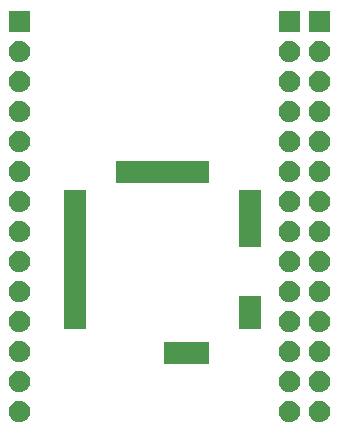
<source format=gbr>
G04 #@! TF.GenerationSoftware,KiCad,Pcbnew,5.1.5+dfsg1-2build2*
G04 #@! TF.CreationDate,2022-03-02T16:10:57-05:00*
G04 #@! TF.ProjectId,RAK3172_BREAKOUT,52414b33-3137-4325-9f42-5245414b4f55,rev?*
G04 #@! TF.SameCoordinates,Original*
G04 #@! TF.FileFunction,Soldermask,Top*
G04 #@! TF.FilePolarity,Negative*
%FSLAX46Y46*%
G04 Gerber Fmt 4.6, Leading zero omitted, Abs format (unit mm)*
G04 Created by KiCad (PCBNEW 5.1.5+dfsg1-2build2) date 2022-03-02 16:10:57*
%MOMM*%
%LPD*%
G04 APERTURE LIST*
%ADD10C,0.100000*%
G04 APERTURE END LIST*
D10*
G36*
X77513512Y-83993927D02*
G01*
X77662812Y-84023624D01*
X77826784Y-84091544D01*
X77974354Y-84190147D01*
X78099853Y-84315646D01*
X78198456Y-84463216D01*
X78266376Y-84627188D01*
X78301000Y-84801259D01*
X78301000Y-84978741D01*
X78266376Y-85152812D01*
X78198456Y-85316784D01*
X78099853Y-85464354D01*
X77974354Y-85589853D01*
X77826784Y-85688456D01*
X77662812Y-85756376D01*
X77513512Y-85786073D01*
X77488742Y-85791000D01*
X77311258Y-85791000D01*
X77286488Y-85786073D01*
X77137188Y-85756376D01*
X76973216Y-85688456D01*
X76825646Y-85589853D01*
X76700147Y-85464354D01*
X76601544Y-85316784D01*
X76533624Y-85152812D01*
X76499000Y-84978741D01*
X76499000Y-84801259D01*
X76533624Y-84627188D01*
X76601544Y-84463216D01*
X76700147Y-84315646D01*
X76825646Y-84190147D01*
X76973216Y-84091544D01*
X77137188Y-84023624D01*
X77286488Y-83993927D01*
X77311258Y-83989000D01*
X77488742Y-83989000D01*
X77513512Y-83993927D01*
G37*
G36*
X52113512Y-83993927D02*
G01*
X52262812Y-84023624D01*
X52426784Y-84091544D01*
X52574354Y-84190147D01*
X52699853Y-84315646D01*
X52798456Y-84463216D01*
X52866376Y-84627188D01*
X52901000Y-84801259D01*
X52901000Y-84978741D01*
X52866376Y-85152812D01*
X52798456Y-85316784D01*
X52699853Y-85464354D01*
X52574354Y-85589853D01*
X52426784Y-85688456D01*
X52262812Y-85756376D01*
X52113512Y-85786073D01*
X52088742Y-85791000D01*
X51911258Y-85791000D01*
X51886488Y-85786073D01*
X51737188Y-85756376D01*
X51573216Y-85688456D01*
X51425646Y-85589853D01*
X51300147Y-85464354D01*
X51201544Y-85316784D01*
X51133624Y-85152812D01*
X51099000Y-84978741D01*
X51099000Y-84801259D01*
X51133624Y-84627188D01*
X51201544Y-84463216D01*
X51300147Y-84315646D01*
X51425646Y-84190147D01*
X51573216Y-84091544D01*
X51737188Y-84023624D01*
X51886488Y-83993927D01*
X51911258Y-83989000D01*
X52088742Y-83989000D01*
X52113512Y-83993927D01*
G37*
G36*
X74973512Y-83993927D02*
G01*
X75122812Y-84023624D01*
X75286784Y-84091544D01*
X75434354Y-84190147D01*
X75559853Y-84315646D01*
X75658456Y-84463216D01*
X75726376Y-84627188D01*
X75761000Y-84801259D01*
X75761000Y-84978741D01*
X75726376Y-85152812D01*
X75658456Y-85316784D01*
X75559853Y-85464354D01*
X75434354Y-85589853D01*
X75286784Y-85688456D01*
X75122812Y-85756376D01*
X74973512Y-85786073D01*
X74948742Y-85791000D01*
X74771258Y-85791000D01*
X74746488Y-85786073D01*
X74597188Y-85756376D01*
X74433216Y-85688456D01*
X74285646Y-85589853D01*
X74160147Y-85464354D01*
X74061544Y-85316784D01*
X73993624Y-85152812D01*
X73959000Y-84978741D01*
X73959000Y-84801259D01*
X73993624Y-84627188D01*
X74061544Y-84463216D01*
X74160147Y-84315646D01*
X74285646Y-84190147D01*
X74433216Y-84091544D01*
X74597188Y-84023624D01*
X74746488Y-83993927D01*
X74771258Y-83989000D01*
X74948742Y-83989000D01*
X74973512Y-83993927D01*
G37*
G36*
X52113512Y-81453927D02*
G01*
X52262812Y-81483624D01*
X52426784Y-81551544D01*
X52574354Y-81650147D01*
X52699853Y-81775646D01*
X52798456Y-81923216D01*
X52866376Y-82087188D01*
X52901000Y-82261259D01*
X52901000Y-82438741D01*
X52866376Y-82612812D01*
X52798456Y-82776784D01*
X52699853Y-82924354D01*
X52574354Y-83049853D01*
X52426784Y-83148456D01*
X52262812Y-83216376D01*
X52113512Y-83246073D01*
X52088742Y-83251000D01*
X51911258Y-83251000D01*
X51886488Y-83246073D01*
X51737188Y-83216376D01*
X51573216Y-83148456D01*
X51425646Y-83049853D01*
X51300147Y-82924354D01*
X51201544Y-82776784D01*
X51133624Y-82612812D01*
X51099000Y-82438741D01*
X51099000Y-82261259D01*
X51133624Y-82087188D01*
X51201544Y-81923216D01*
X51300147Y-81775646D01*
X51425646Y-81650147D01*
X51573216Y-81551544D01*
X51737188Y-81483624D01*
X51886488Y-81453927D01*
X51911258Y-81449000D01*
X52088742Y-81449000D01*
X52113512Y-81453927D01*
G37*
G36*
X77513512Y-81453927D02*
G01*
X77662812Y-81483624D01*
X77826784Y-81551544D01*
X77974354Y-81650147D01*
X78099853Y-81775646D01*
X78198456Y-81923216D01*
X78266376Y-82087188D01*
X78301000Y-82261259D01*
X78301000Y-82438741D01*
X78266376Y-82612812D01*
X78198456Y-82776784D01*
X78099853Y-82924354D01*
X77974354Y-83049853D01*
X77826784Y-83148456D01*
X77662812Y-83216376D01*
X77513512Y-83246073D01*
X77488742Y-83251000D01*
X77311258Y-83251000D01*
X77286488Y-83246073D01*
X77137188Y-83216376D01*
X76973216Y-83148456D01*
X76825646Y-83049853D01*
X76700147Y-82924354D01*
X76601544Y-82776784D01*
X76533624Y-82612812D01*
X76499000Y-82438741D01*
X76499000Y-82261259D01*
X76533624Y-82087188D01*
X76601544Y-81923216D01*
X76700147Y-81775646D01*
X76825646Y-81650147D01*
X76973216Y-81551544D01*
X77137188Y-81483624D01*
X77286488Y-81453927D01*
X77311258Y-81449000D01*
X77488742Y-81449000D01*
X77513512Y-81453927D01*
G37*
G36*
X74973512Y-81453927D02*
G01*
X75122812Y-81483624D01*
X75286784Y-81551544D01*
X75434354Y-81650147D01*
X75559853Y-81775646D01*
X75658456Y-81923216D01*
X75726376Y-82087188D01*
X75761000Y-82261259D01*
X75761000Y-82438741D01*
X75726376Y-82612812D01*
X75658456Y-82776784D01*
X75559853Y-82924354D01*
X75434354Y-83049853D01*
X75286784Y-83148456D01*
X75122812Y-83216376D01*
X74973512Y-83246073D01*
X74948742Y-83251000D01*
X74771258Y-83251000D01*
X74746488Y-83246073D01*
X74597188Y-83216376D01*
X74433216Y-83148456D01*
X74285646Y-83049853D01*
X74160147Y-82924354D01*
X74061544Y-82776784D01*
X73993624Y-82612812D01*
X73959000Y-82438741D01*
X73959000Y-82261259D01*
X73993624Y-82087188D01*
X74061544Y-81923216D01*
X74160147Y-81775646D01*
X74285646Y-81650147D01*
X74433216Y-81551544D01*
X74597188Y-81483624D01*
X74746488Y-81453927D01*
X74771258Y-81449000D01*
X74948742Y-81449000D01*
X74973512Y-81453927D01*
G37*
G36*
X68031000Y-80881000D02*
G01*
X64229000Y-80881000D01*
X64229000Y-78979000D01*
X68031000Y-78979000D01*
X68031000Y-80881000D01*
G37*
G36*
X77513512Y-78913927D02*
G01*
X77662812Y-78943624D01*
X77826784Y-79011544D01*
X77974354Y-79110147D01*
X78099853Y-79235646D01*
X78198456Y-79383216D01*
X78266376Y-79547188D01*
X78301000Y-79721259D01*
X78301000Y-79898741D01*
X78266376Y-80072812D01*
X78198456Y-80236784D01*
X78099853Y-80384354D01*
X77974354Y-80509853D01*
X77826784Y-80608456D01*
X77662812Y-80676376D01*
X77513512Y-80706073D01*
X77488742Y-80711000D01*
X77311258Y-80711000D01*
X77286488Y-80706073D01*
X77137188Y-80676376D01*
X76973216Y-80608456D01*
X76825646Y-80509853D01*
X76700147Y-80384354D01*
X76601544Y-80236784D01*
X76533624Y-80072812D01*
X76499000Y-79898741D01*
X76499000Y-79721259D01*
X76533624Y-79547188D01*
X76601544Y-79383216D01*
X76700147Y-79235646D01*
X76825646Y-79110147D01*
X76973216Y-79011544D01*
X77137188Y-78943624D01*
X77286488Y-78913927D01*
X77311258Y-78909000D01*
X77488742Y-78909000D01*
X77513512Y-78913927D01*
G37*
G36*
X74973512Y-78913927D02*
G01*
X75122812Y-78943624D01*
X75286784Y-79011544D01*
X75434354Y-79110147D01*
X75559853Y-79235646D01*
X75658456Y-79383216D01*
X75726376Y-79547188D01*
X75761000Y-79721259D01*
X75761000Y-79898741D01*
X75726376Y-80072812D01*
X75658456Y-80236784D01*
X75559853Y-80384354D01*
X75434354Y-80509853D01*
X75286784Y-80608456D01*
X75122812Y-80676376D01*
X74973512Y-80706073D01*
X74948742Y-80711000D01*
X74771258Y-80711000D01*
X74746488Y-80706073D01*
X74597188Y-80676376D01*
X74433216Y-80608456D01*
X74285646Y-80509853D01*
X74160147Y-80384354D01*
X74061544Y-80236784D01*
X73993624Y-80072812D01*
X73959000Y-79898741D01*
X73959000Y-79721259D01*
X73993624Y-79547188D01*
X74061544Y-79383216D01*
X74160147Y-79235646D01*
X74285646Y-79110147D01*
X74433216Y-79011544D01*
X74597188Y-78943624D01*
X74746488Y-78913927D01*
X74771258Y-78909000D01*
X74948742Y-78909000D01*
X74973512Y-78913927D01*
G37*
G36*
X52113512Y-78913927D02*
G01*
X52262812Y-78943624D01*
X52426784Y-79011544D01*
X52574354Y-79110147D01*
X52699853Y-79235646D01*
X52798456Y-79383216D01*
X52866376Y-79547188D01*
X52901000Y-79721259D01*
X52901000Y-79898741D01*
X52866376Y-80072812D01*
X52798456Y-80236784D01*
X52699853Y-80384354D01*
X52574354Y-80509853D01*
X52426784Y-80608456D01*
X52262812Y-80676376D01*
X52113512Y-80706073D01*
X52088742Y-80711000D01*
X51911258Y-80711000D01*
X51886488Y-80706073D01*
X51737188Y-80676376D01*
X51573216Y-80608456D01*
X51425646Y-80509853D01*
X51300147Y-80384354D01*
X51201544Y-80236784D01*
X51133624Y-80072812D01*
X51099000Y-79898741D01*
X51099000Y-79721259D01*
X51133624Y-79547188D01*
X51201544Y-79383216D01*
X51300147Y-79235646D01*
X51425646Y-79110147D01*
X51573216Y-79011544D01*
X51737188Y-78943624D01*
X51886488Y-78913927D01*
X51911258Y-78909000D01*
X52088742Y-78909000D01*
X52113512Y-78913927D01*
G37*
G36*
X74973512Y-76373927D02*
G01*
X75122812Y-76403624D01*
X75286784Y-76471544D01*
X75434354Y-76570147D01*
X75559853Y-76695646D01*
X75658456Y-76843216D01*
X75726376Y-77007188D01*
X75761000Y-77181259D01*
X75761000Y-77358741D01*
X75726376Y-77532812D01*
X75658456Y-77696784D01*
X75559853Y-77844354D01*
X75434354Y-77969853D01*
X75286784Y-78068456D01*
X75122812Y-78136376D01*
X74973512Y-78166073D01*
X74948742Y-78171000D01*
X74771258Y-78171000D01*
X74746488Y-78166073D01*
X74597188Y-78136376D01*
X74433216Y-78068456D01*
X74285646Y-77969853D01*
X74160147Y-77844354D01*
X74061544Y-77696784D01*
X73993624Y-77532812D01*
X73959000Y-77358741D01*
X73959000Y-77181259D01*
X73993624Y-77007188D01*
X74061544Y-76843216D01*
X74160147Y-76695646D01*
X74285646Y-76570147D01*
X74433216Y-76471544D01*
X74597188Y-76403624D01*
X74746488Y-76373927D01*
X74771258Y-76369000D01*
X74948742Y-76369000D01*
X74973512Y-76373927D01*
G37*
G36*
X77513512Y-76373927D02*
G01*
X77662812Y-76403624D01*
X77826784Y-76471544D01*
X77974354Y-76570147D01*
X78099853Y-76695646D01*
X78198456Y-76843216D01*
X78266376Y-77007188D01*
X78301000Y-77181259D01*
X78301000Y-77358741D01*
X78266376Y-77532812D01*
X78198456Y-77696784D01*
X78099853Y-77844354D01*
X77974354Y-77969853D01*
X77826784Y-78068456D01*
X77662812Y-78136376D01*
X77513512Y-78166073D01*
X77488742Y-78171000D01*
X77311258Y-78171000D01*
X77286488Y-78166073D01*
X77137188Y-78136376D01*
X76973216Y-78068456D01*
X76825646Y-77969853D01*
X76700147Y-77844354D01*
X76601544Y-77696784D01*
X76533624Y-77532812D01*
X76499000Y-77358741D01*
X76499000Y-77181259D01*
X76533624Y-77007188D01*
X76601544Y-76843216D01*
X76700147Y-76695646D01*
X76825646Y-76570147D01*
X76973216Y-76471544D01*
X77137188Y-76403624D01*
X77286488Y-76373927D01*
X77311258Y-76369000D01*
X77488742Y-76369000D01*
X77513512Y-76373927D01*
G37*
G36*
X52113512Y-76373927D02*
G01*
X52262812Y-76403624D01*
X52426784Y-76471544D01*
X52574354Y-76570147D01*
X52699853Y-76695646D01*
X52798456Y-76843216D01*
X52866376Y-77007188D01*
X52901000Y-77181259D01*
X52901000Y-77358741D01*
X52866376Y-77532812D01*
X52798456Y-77696784D01*
X52699853Y-77844354D01*
X52574354Y-77969853D01*
X52426784Y-78068456D01*
X52262812Y-78136376D01*
X52113512Y-78166073D01*
X52088742Y-78171000D01*
X51911258Y-78171000D01*
X51886488Y-78166073D01*
X51737188Y-78136376D01*
X51573216Y-78068456D01*
X51425646Y-77969853D01*
X51300147Y-77844354D01*
X51201544Y-77696784D01*
X51133624Y-77532812D01*
X51099000Y-77358741D01*
X51099000Y-77181259D01*
X51133624Y-77007188D01*
X51201544Y-76843216D01*
X51300147Y-76695646D01*
X51425646Y-76570147D01*
X51573216Y-76471544D01*
X51737188Y-76403624D01*
X51886488Y-76373927D01*
X51911258Y-76369000D01*
X52088742Y-76369000D01*
X52113512Y-76373927D01*
G37*
G36*
X57681000Y-77931000D02*
G01*
X55779000Y-77931000D01*
X55779000Y-66129000D01*
X57681000Y-66129000D01*
X57681000Y-77931000D01*
G37*
G36*
X72481000Y-77931000D02*
G01*
X70579000Y-77931000D01*
X70579000Y-75129000D01*
X72481000Y-75129000D01*
X72481000Y-77931000D01*
G37*
G36*
X77513512Y-73833927D02*
G01*
X77662812Y-73863624D01*
X77826784Y-73931544D01*
X77974354Y-74030147D01*
X78099853Y-74155646D01*
X78198456Y-74303216D01*
X78266376Y-74467188D01*
X78301000Y-74641259D01*
X78301000Y-74818741D01*
X78266376Y-74992812D01*
X78198456Y-75156784D01*
X78099853Y-75304354D01*
X77974354Y-75429853D01*
X77826784Y-75528456D01*
X77662812Y-75596376D01*
X77513512Y-75626073D01*
X77488742Y-75631000D01*
X77311258Y-75631000D01*
X77286488Y-75626073D01*
X77137188Y-75596376D01*
X76973216Y-75528456D01*
X76825646Y-75429853D01*
X76700147Y-75304354D01*
X76601544Y-75156784D01*
X76533624Y-74992812D01*
X76499000Y-74818741D01*
X76499000Y-74641259D01*
X76533624Y-74467188D01*
X76601544Y-74303216D01*
X76700147Y-74155646D01*
X76825646Y-74030147D01*
X76973216Y-73931544D01*
X77137188Y-73863624D01*
X77286488Y-73833927D01*
X77311258Y-73829000D01*
X77488742Y-73829000D01*
X77513512Y-73833927D01*
G37*
G36*
X74973512Y-73833927D02*
G01*
X75122812Y-73863624D01*
X75286784Y-73931544D01*
X75434354Y-74030147D01*
X75559853Y-74155646D01*
X75658456Y-74303216D01*
X75726376Y-74467188D01*
X75761000Y-74641259D01*
X75761000Y-74818741D01*
X75726376Y-74992812D01*
X75658456Y-75156784D01*
X75559853Y-75304354D01*
X75434354Y-75429853D01*
X75286784Y-75528456D01*
X75122812Y-75596376D01*
X74973512Y-75626073D01*
X74948742Y-75631000D01*
X74771258Y-75631000D01*
X74746488Y-75626073D01*
X74597188Y-75596376D01*
X74433216Y-75528456D01*
X74285646Y-75429853D01*
X74160147Y-75304354D01*
X74061544Y-75156784D01*
X73993624Y-74992812D01*
X73959000Y-74818741D01*
X73959000Y-74641259D01*
X73993624Y-74467188D01*
X74061544Y-74303216D01*
X74160147Y-74155646D01*
X74285646Y-74030147D01*
X74433216Y-73931544D01*
X74597188Y-73863624D01*
X74746488Y-73833927D01*
X74771258Y-73829000D01*
X74948742Y-73829000D01*
X74973512Y-73833927D01*
G37*
G36*
X52113512Y-73833927D02*
G01*
X52262812Y-73863624D01*
X52426784Y-73931544D01*
X52574354Y-74030147D01*
X52699853Y-74155646D01*
X52798456Y-74303216D01*
X52866376Y-74467188D01*
X52901000Y-74641259D01*
X52901000Y-74818741D01*
X52866376Y-74992812D01*
X52798456Y-75156784D01*
X52699853Y-75304354D01*
X52574354Y-75429853D01*
X52426784Y-75528456D01*
X52262812Y-75596376D01*
X52113512Y-75626073D01*
X52088742Y-75631000D01*
X51911258Y-75631000D01*
X51886488Y-75626073D01*
X51737188Y-75596376D01*
X51573216Y-75528456D01*
X51425646Y-75429853D01*
X51300147Y-75304354D01*
X51201544Y-75156784D01*
X51133624Y-74992812D01*
X51099000Y-74818741D01*
X51099000Y-74641259D01*
X51133624Y-74467188D01*
X51201544Y-74303216D01*
X51300147Y-74155646D01*
X51425646Y-74030147D01*
X51573216Y-73931544D01*
X51737188Y-73863624D01*
X51886488Y-73833927D01*
X51911258Y-73829000D01*
X52088742Y-73829000D01*
X52113512Y-73833927D01*
G37*
G36*
X77513512Y-71293927D02*
G01*
X77662812Y-71323624D01*
X77826784Y-71391544D01*
X77974354Y-71490147D01*
X78099853Y-71615646D01*
X78198456Y-71763216D01*
X78266376Y-71927188D01*
X78301000Y-72101259D01*
X78301000Y-72278741D01*
X78266376Y-72452812D01*
X78198456Y-72616784D01*
X78099853Y-72764354D01*
X77974354Y-72889853D01*
X77826784Y-72988456D01*
X77662812Y-73056376D01*
X77513512Y-73086073D01*
X77488742Y-73091000D01*
X77311258Y-73091000D01*
X77286488Y-73086073D01*
X77137188Y-73056376D01*
X76973216Y-72988456D01*
X76825646Y-72889853D01*
X76700147Y-72764354D01*
X76601544Y-72616784D01*
X76533624Y-72452812D01*
X76499000Y-72278741D01*
X76499000Y-72101259D01*
X76533624Y-71927188D01*
X76601544Y-71763216D01*
X76700147Y-71615646D01*
X76825646Y-71490147D01*
X76973216Y-71391544D01*
X77137188Y-71323624D01*
X77286488Y-71293927D01*
X77311258Y-71289000D01*
X77488742Y-71289000D01*
X77513512Y-71293927D01*
G37*
G36*
X52113512Y-71293927D02*
G01*
X52262812Y-71323624D01*
X52426784Y-71391544D01*
X52574354Y-71490147D01*
X52699853Y-71615646D01*
X52798456Y-71763216D01*
X52866376Y-71927188D01*
X52901000Y-72101259D01*
X52901000Y-72278741D01*
X52866376Y-72452812D01*
X52798456Y-72616784D01*
X52699853Y-72764354D01*
X52574354Y-72889853D01*
X52426784Y-72988456D01*
X52262812Y-73056376D01*
X52113512Y-73086073D01*
X52088742Y-73091000D01*
X51911258Y-73091000D01*
X51886488Y-73086073D01*
X51737188Y-73056376D01*
X51573216Y-72988456D01*
X51425646Y-72889853D01*
X51300147Y-72764354D01*
X51201544Y-72616784D01*
X51133624Y-72452812D01*
X51099000Y-72278741D01*
X51099000Y-72101259D01*
X51133624Y-71927188D01*
X51201544Y-71763216D01*
X51300147Y-71615646D01*
X51425646Y-71490147D01*
X51573216Y-71391544D01*
X51737188Y-71323624D01*
X51886488Y-71293927D01*
X51911258Y-71289000D01*
X52088742Y-71289000D01*
X52113512Y-71293927D01*
G37*
G36*
X74973512Y-71293927D02*
G01*
X75122812Y-71323624D01*
X75286784Y-71391544D01*
X75434354Y-71490147D01*
X75559853Y-71615646D01*
X75658456Y-71763216D01*
X75726376Y-71927188D01*
X75761000Y-72101259D01*
X75761000Y-72278741D01*
X75726376Y-72452812D01*
X75658456Y-72616784D01*
X75559853Y-72764354D01*
X75434354Y-72889853D01*
X75286784Y-72988456D01*
X75122812Y-73056376D01*
X74973512Y-73086073D01*
X74948742Y-73091000D01*
X74771258Y-73091000D01*
X74746488Y-73086073D01*
X74597188Y-73056376D01*
X74433216Y-72988456D01*
X74285646Y-72889853D01*
X74160147Y-72764354D01*
X74061544Y-72616784D01*
X73993624Y-72452812D01*
X73959000Y-72278741D01*
X73959000Y-72101259D01*
X73993624Y-71927188D01*
X74061544Y-71763216D01*
X74160147Y-71615646D01*
X74285646Y-71490147D01*
X74433216Y-71391544D01*
X74597188Y-71323624D01*
X74746488Y-71293927D01*
X74771258Y-71289000D01*
X74948742Y-71289000D01*
X74973512Y-71293927D01*
G37*
G36*
X72481000Y-70931000D02*
G01*
X70579000Y-70931000D01*
X70579000Y-66129000D01*
X72481000Y-66129000D01*
X72481000Y-70931000D01*
G37*
G36*
X74973512Y-68753927D02*
G01*
X75122812Y-68783624D01*
X75286784Y-68851544D01*
X75434354Y-68950147D01*
X75559853Y-69075646D01*
X75658456Y-69223216D01*
X75726376Y-69387188D01*
X75761000Y-69561259D01*
X75761000Y-69738741D01*
X75726376Y-69912812D01*
X75658456Y-70076784D01*
X75559853Y-70224354D01*
X75434354Y-70349853D01*
X75286784Y-70448456D01*
X75122812Y-70516376D01*
X74973512Y-70546073D01*
X74948742Y-70551000D01*
X74771258Y-70551000D01*
X74746488Y-70546073D01*
X74597188Y-70516376D01*
X74433216Y-70448456D01*
X74285646Y-70349853D01*
X74160147Y-70224354D01*
X74061544Y-70076784D01*
X73993624Y-69912812D01*
X73959000Y-69738741D01*
X73959000Y-69561259D01*
X73993624Y-69387188D01*
X74061544Y-69223216D01*
X74160147Y-69075646D01*
X74285646Y-68950147D01*
X74433216Y-68851544D01*
X74597188Y-68783624D01*
X74746488Y-68753927D01*
X74771258Y-68749000D01*
X74948742Y-68749000D01*
X74973512Y-68753927D01*
G37*
G36*
X52113512Y-68753927D02*
G01*
X52262812Y-68783624D01*
X52426784Y-68851544D01*
X52574354Y-68950147D01*
X52699853Y-69075646D01*
X52798456Y-69223216D01*
X52866376Y-69387188D01*
X52901000Y-69561259D01*
X52901000Y-69738741D01*
X52866376Y-69912812D01*
X52798456Y-70076784D01*
X52699853Y-70224354D01*
X52574354Y-70349853D01*
X52426784Y-70448456D01*
X52262812Y-70516376D01*
X52113512Y-70546073D01*
X52088742Y-70551000D01*
X51911258Y-70551000D01*
X51886488Y-70546073D01*
X51737188Y-70516376D01*
X51573216Y-70448456D01*
X51425646Y-70349853D01*
X51300147Y-70224354D01*
X51201544Y-70076784D01*
X51133624Y-69912812D01*
X51099000Y-69738741D01*
X51099000Y-69561259D01*
X51133624Y-69387188D01*
X51201544Y-69223216D01*
X51300147Y-69075646D01*
X51425646Y-68950147D01*
X51573216Y-68851544D01*
X51737188Y-68783624D01*
X51886488Y-68753927D01*
X51911258Y-68749000D01*
X52088742Y-68749000D01*
X52113512Y-68753927D01*
G37*
G36*
X77513512Y-68753927D02*
G01*
X77662812Y-68783624D01*
X77826784Y-68851544D01*
X77974354Y-68950147D01*
X78099853Y-69075646D01*
X78198456Y-69223216D01*
X78266376Y-69387188D01*
X78301000Y-69561259D01*
X78301000Y-69738741D01*
X78266376Y-69912812D01*
X78198456Y-70076784D01*
X78099853Y-70224354D01*
X77974354Y-70349853D01*
X77826784Y-70448456D01*
X77662812Y-70516376D01*
X77513512Y-70546073D01*
X77488742Y-70551000D01*
X77311258Y-70551000D01*
X77286488Y-70546073D01*
X77137188Y-70516376D01*
X76973216Y-70448456D01*
X76825646Y-70349853D01*
X76700147Y-70224354D01*
X76601544Y-70076784D01*
X76533624Y-69912812D01*
X76499000Y-69738741D01*
X76499000Y-69561259D01*
X76533624Y-69387188D01*
X76601544Y-69223216D01*
X76700147Y-69075646D01*
X76825646Y-68950147D01*
X76973216Y-68851544D01*
X77137188Y-68783624D01*
X77286488Y-68753927D01*
X77311258Y-68749000D01*
X77488742Y-68749000D01*
X77513512Y-68753927D01*
G37*
G36*
X52113512Y-66213927D02*
G01*
X52262812Y-66243624D01*
X52426784Y-66311544D01*
X52574354Y-66410147D01*
X52699853Y-66535646D01*
X52798456Y-66683216D01*
X52866376Y-66847188D01*
X52901000Y-67021259D01*
X52901000Y-67198741D01*
X52866376Y-67372812D01*
X52798456Y-67536784D01*
X52699853Y-67684354D01*
X52574354Y-67809853D01*
X52426784Y-67908456D01*
X52262812Y-67976376D01*
X52113512Y-68006073D01*
X52088742Y-68011000D01*
X51911258Y-68011000D01*
X51886488Y-68006073D01*
X51737188Y-67976376D01*
X51573216Y-67908456D01*
X51425646Y-67809853D01*
X51300147Y-67684354D01*
X51201544Y-67536784D01*
X51133624Y-67372812D01*
X51099000Y-67198741D01*
X51099000Y-67021259D01*
X51133624Y-66847188D01*
X51201544Y-66683216D01*
X51300147Y-66535646D01*
X51425646Y-66410147D01*
X51573216Y-66311544D01*
X51737188Y-66243624D01*
X51886488Y-66213927D01*
X51911258Y-66209000D01*
X52088742Y-66209000D01*
X52113512Y-66213927D01*
G37*
G36*
X74973512Y-66213927D02*
G01*
X75122812Y-66243624D01*
X75286784Y-66311544D01*
X75434354Y-66410147D01*
X75559853Y-66535646D01*
X75658456Y-66683216D01*
X75726376Y-66847188D01*
X75761000Y-67021259D01*
X75761000Y-67198741D01*
X75726376Y-67372812D01*
X75658456Y-67536784D01*
X75559853Y-67684354D01*
X75434354Y-67809853D01*
X75286784Y-67908456D01*
X75122812Y-67976376D01*
X74973512Y-68006073D01*
X74948742Y-68011000D01*
X74771258Y-68011000D01*
X74746488Y-68006073D01*
X74597188Y-67976376D01*
X74433216Y-67908456D01*
X74285646Y-67809853D01*
X74160147Y-67684354D01*
X74061544Y-67536784D01*
X73993624Y-67372812D01*
X73959000Y-67198741D01*
X73959000Y-67021259D01*
X73993624Y-66847188D01*
X74061544Y-66683216D01*
X74160147Y-66535646D01*
X74285646Y-66410147D01*
X74433216Y-66311544D01*
X74597188Y-66243624D01*
X74746488Y-66213927D01*
X74771258Y-66209000D01*
X74948742Y-66209000D01*
X74973512Y-66213927D01*
G37*
G36*
X77513512Y-66213927D02*
G01*
X77662812Y-66243624D01*
X77826784Y-66311544D01*
X77974354Y-66410147D01*
X78099853Y-66535646D01*
X78198456Y-66683216D01*
X78266376Y-66847188D01*
X78301000Y-67021259D01*
X78301000Y-67198741D01*
X78266376Y-67372812D01*
X78198456Y-67536784D01*
X78099853Y-67684354D01*
X77974354Y-67809853D01*
X77826784Y-67908456D01*
X77662812Y-67976376D01*
X77513512Y-68006073D01*
X77488742Y-68011000D01*
X77311258Y-68011000D01*
X77286488Y-68006073D01*
X77137188Y-67976376D01*
X76973216Y-67908456D01*
X76825646Y-67809853D01*
X76700147Y-67684354D01*
X76601544Y-67536784D01*
X76533624Y-67372812D01*
X76499000Y-67198741D01*
X76499000Y-67021259D01*
X76533624Y-66847188D01*
X76601544Y-66683216D01*
X76700147Y-66535646D01*
X76825646Y-66410147D01*
X76973216Y-66311544D01*
X77137188Y-66243624D01*
X77286488Y-66213927D01*
X77311258Y-66209000D01*
X77488742Y-66209000D01*
X77513512Y-66213927D01*
G37*
G36*
X68031000Y-65581000D02*
G01*
X60229000Y-65581000D01*
X60229000Y-63679000D01*
X68031000Y-63679000D01*
X68031000Y-65581000D01*
G37*
G36*
X74973512Y-63673927D02*
G01*
X75122812Y-63703624D01*
X75286784Y-63771544D01*
X75434354Y-63870147D01*
X75559853Y-63995646D01*
X75658456Y-64143216D01*
X75726376Y-64307188D01*
X75761000Y-64481259D01*
X75761000Y-64658741D01*
X75726376Y-64832812D01*
X75658456Y-64996784D01*
X75559853Y-65144354D01*
X75434354Y-65269853D01*
X75286784Y-65368456D01*
X75122812Y-65436376D01*
X74973512Y-65466073D01*
X74948742Y-65471000D01*
X74771258Y-65471000D01*
X74746488Y-65466073D01*
X74597188Y-65436376D01*
X74433216Y-65368456D01*
X74285646Y-65269853D01*
X74160147Y-65144354D01*
X74061544Y-64996784D01*
X73993624Y-64832812D01*
X73959000Y-64658741D01*
X73959000Y-64481259D01*
X73993624Y-64307188D01*
X74061544Y-64143216D01*
X74160147Y-63995646D01*
X74285646Y-63870147D01*
X74433216Y-63771544D01*
X74597188Y-63703624D01*
X74746488Y-63673927D01*
X74771258Y-63669000D01*
X74948742Y-63669000D01*
X74973512Y-63673927D01*
G37*
G36*
X77513512Y-63673927D02*
G01*
X77662812Y-63703624D01*
X77826784Y-63771544D01*
X77974354Y-63870147D01*
X78099853Y-63995646D01*
X78198456Y-64143216D01*
X78266376Y-64307188D01*
X78301000Y-64481259D01*
X78301000Y-64658741D01*
X78266376Y-64832812D01*
X78198456Y-64996784D01*
X78099853Y-65144354D01*
X77974354Y-65269853D01*
X77826784Y-65368456D01*
X77662812Y-65436376D01*
X77513512Y-65466073D01*
X77488742Y-65471000D01*
X77311258Y-65471000D01*
X77286488Y-65466073D01*
X77137188Y-65436376D01*
X76973216Y-65368456D01*
X76825646Y-65269853D01*
X76700147Y-65144354D01*
X76601544Y-64996784D01*
X76533624Y-64832812D01*
X76499000Y-64658741D01*
X76499000Y-64481259D01*
X76533624Y-64307188D01*
X76601544Y-64143216D01*
X76700147Y-63995646D01*
X76825646Y-63870147D01*
X76973216Y-63771544D01*
X77137188Y-63703624D01*
X77286488Y-63673927D01*
X77311258Y-63669000D01*
X77488742Y-63669000D01*
X77513512Y-63673927D01*
G37*
G36*
X52113512Y-63673927D02*
G01*
X52262812Y-63703624D01*
X52426784Y-63771544D01*
X52574354Y-63870147D01*
X52699853Y-63995646D01*
X52798456Y-64143216D01*
X52866376Y-64307188D01*
X52901000Y-64481259D01*
X52901000Y-64658741D01*
X52866376Y-64832812D01*
X52798456Y-64996784D01*
X52699853Y-65144354D01*
X52574354Y-65269853D01*
X52426784Y-65368456D01*
X52262812Y-65436376D01*
X52113512Y-65466073D01*
X52088742Y-65471000D01*
X51911258Y-65471000D01*
X51886488Y-65466073D01*
X51737188Y-65436376D01*
X51573216Y-65368456D01*
X51425646Y-65269853D01*
X51300147Y-65144354D01*
X51201544Y-64996784D01*
X51133624Y-64832812D01*
X51099000Y-64658741D01*
X51099000Y-64481259D01*
X51133624Y-64307188D01*
X51201544Y-64143216D01*
X51300147Y-63995646D01*
X51425646Y-63870147D01*
X51573216Y-63771544D01*
X51737188Y-63703624D01*
X51886488Y-63673927D01*
X51911258Y-63669000D01*
X52088742Y-63669000D01*
X52113512Y-63673927D01*
G37*
G36*
X77513512Y-61133927D02*
G01*
X77662812Y-61163624D01*
X77826784Y-61231544D01*
X77974354Y-61330147D01*
X78099853Y-61455646D01*
X78198456Y-61603216D01*
X78266376Y-61767188D01*
X78301000Y-61941259D01*
X78301000Y-62118741D01*
X78266376Y-62292812D01*
X78198456Y-62456784D01*
X78099853Y-62604354D01*
X77974354Y-62729853D01*
X77826784Y-62828456D01*
X77662812Y-62896376D01*
X77513512Y-62926073D01*
X77488742Y-62931000D01*
X77311258Y-62931000D01*
X77286488Y-62926073D01*
X77137188Y-62896376D01*
X76973216Y-62828456D01*
X76825646Y-62729853D01*
X76700147Y-62604354D01*
X76601544Y-62456784D01*
X76533624Y-62292812D01*
X76499000Y-62118741D01*
X76499000Y-61941259D01*
X76533624Y-61767188D01*
X76601544Y-61603216D01*
X76700147Y-61455646D01*
X76825646Y-61330147D01*
X76973216Y-61231544D01*
X77137188Y-61163624D01*
X77286488Y-61133927D01*
X77311258Y-61129000D01*
X77488742Y-61129000D01*
X77513512Y-61133927D01*
G37*
G36*
X74973512Y-61133927D02*
G01*
X75122812Y-61163624D01*
X75286784Y-61231544D01*
X75434354Y-61330147D01*
X75559853Y-61455646D01*
X75658456Y-61603216D01*
X75726376Y-61767188D01*
X75761000Y-61941259D01*
X75761000Y-62118741D01*
X75726376Y-62292812D01*
X75658456Y-62456784D01*
X75559853Y-62604354D01*
X75434354Y-62729853D01*
X75286784Y-62828456D01*
X75122812Y-62896376D01*
X74973512Y-62926073D01*
X74948742Y-62931000D01*
X74771258Y-62931000D01*
X74746488Y-62926073D01*
X74597188Y-62896376D01*
X74433216Y-62828456D01*
X74285646Y-62729853D01*
X74160147Y-62604354D01*
X74061544Y-62456784D01*
X73993624Y-62292812D01*
X73959000Y-62118741D01*
X73959000Y-61941259D01*
X73993624Y-61767188D01*
X74061544Y-61603216D01*
X74160147Y-61455646D01*
X74285646Y-61330147D01*
X74433216Y-61231544D01*
X74597188Y-61163624D01*
X74746488Y-61133927D01*
X74771258Y-61129000D01*
X74948742Y-61129000D01*
X74973512Y-61133927D01*
G37*
G36*
X52113512Y-61133927D02*
G01*
X52262812Y-61163624D01*
X52426784Y-61231544D01*
X52574354Y-61330147D01*
X52699853Y-61455646D01*
X52798456Y-61603216D01*
X52866376Y-61767188D01*
X52901000Y-61941259D01*
X52901000Y-62118741D01*
X52866376Y-62292812D01*
X52798456Y-62456784D01*
X52699853Y-62604354D01*
X52574354Y-62729853D01*
X52426784Y-62828456D01*
X52262812Y-62896376D01*
X52113512Y-62926073D01*
X52088742Y-62931000D01*
X51911258Y-62931000D01*
X51886488Y-62926073D01*
X51737188Y-62896376D01*
X51573216Y-62828456D01*
X51425646Y-62729853D01*
X51300147Y-62604354D01*
X51201544Y-62456784D01*
X51133624Y-62292812D01*
X51099000Y-62118741D01*
X51099000Y-61941259D01*
X51133624Y-61767188D01*
X51201544Y-61603216D01*
X51300147Y-61455646D01*
X51425646Y-61330147D01*
X51573216Y-61231544D01*
X51737188Y-61163624D01*
X51886488Y-61133927D01*
X51911258Y-61129000D01*
X52088742Y-61129000D01*
X52113512Y-61133927D01*
G37*
G36*
X52113512Y-58593927D02*
G01*
X52262812Y-58623624D01*
X52426784Y-58691544D01*
X52574354Y-58790147D01*
X52699853Y-58915646D01*
X52798456Y-59063216D01*
X52866376Y-59227188D01*
X52901000Y-59401259D01*
X52901000Y-59578741D01*
X52866376Y-59752812D01*
X52798456Y-59916784D01*
X52699853Y-60064354D01*
X52574354Y-60189853D01*
X52426784Y-60288456D01*
X52262812Y-60356376D01*
X52113512Y-60386073D01*
X52088742Y-60391000D01*
X51911258Y-60391000D01*
X51886488Y-60386073D01*
X51737188Y-60356376D01*
X51573216Y-60288456D01*
X51425646Y-60189853D01*
X51300147Y-60064354D01*
X51201544Y-59916784D01*
X51133624Y-59752812D01*
X51099000Y-59578741D01*
X51099000Y-59401259D01*
X51133624Y-59227188D01*
X51201544Y-59063216D01*
X51300147Y-58915646D01*
X51425646Y-58790147D01*
X51573216Y-58691544D01*
X51737188Y-58623624D01*
X51886488Y-58593927D01*
X51911258Y-58589000D01*
X52088742Y-58589000D01*
X52113512Y-58593927D01*
G37*
G36*
X77513512Y-58593927D02*
G01*
X77662812Y-58623624D01*
X77826784Y-58691544D01*
X77974354Y-58790147D01*
X78099853Y-58915646D01*
X78198456Y-59063216D01*
X78266376Y-59227188D01*
X78301000Y-59401259D01*
X78301000Y-59578741D01*
X78266376Y-59752812D01*
X78198456Y-59916784D01*
X78099853Y-60064354D01*
X77974354Y-60189853D01*
X77826784Y-60288456D01*
X77662812Y-60356376D01*
X77513512Y-60386073D01*
X77488742Y-60391000D01*
X77311258Y-60391000D01*
X77286488Y-60386073D01*
X77137188Y-60356376D01*
X76973216Y-60288456D01*
X76825646Y-60189853D01*
X76700147Y-60064354D01*
X76601544Y-59916784D01*
X76533624Y-59752812D01*
X76499000Y-59578741D01*
X76499000Y-59401259D01*
X76533624Y-59227188D01*
X76601544Y-59063216D01*
X76700147Y-58915646D01*
X76825646Y-58790147D01*
X76973216Y-58691544D01*
X77137188Y-58623624D01*
X77286488Y-58593927D01*
X77311258Y-58589000D01*
X77488742Y-58589000D01*
X77513512Y-58593927D01*
G37*
G36*
X74973512Y-58593927D02*
G01*
X75122812Y-58623624D01*
X75286784Y-58691544D01*
X75434354Y-58790147D01*
X75559853Y-58915646D01*
X75658456Y-59063216D01*
X75726376Y-59227188D01*
X75761000Y-59401259D01*
X75761000Y-59578741D01*
X75726376Y-59752812D01*
X75658456Y-59916784D01*
X75559853Y-60064354D01*
X75434354Y-60189853D01*
X75286784Y-60288456D01*
X75122812Y-60356376D01*
X74973512Y-60386073D01*
X74948742Y-60391000D01*
X74771258Y-60391000D01*
X74746488Y-60386073D01*
X74597188Y-60356376D01*
X74433216Y-60288456D01*
X74285646Y-60189853D01*
X74160147Y-60064354D01*
X74061544Y-59916784D01*
X73993624Y-59752812D01*
X73959000Y-59578741D01*
X73959000Y-59401259D01*
X73993624Y-59227188D01*
X74061544Y-59063216D01*
X74160147Y-58915646D01*
X74285646Y-58790147D01*
X74433216Y-58691544D01*
X74597188Y-58623624D01*
X74746488Y-58593927D01*
X74771258Y-58589000D01*
X74948742Y-58589000D01*
X74973512Y-58593927D01*
G37*
G36*
X52113512Y-56053927D02*
G01*
X52262812Y-56083624D01*
X52426784Y-56151544D01*
X52574354Y-56250147D01*
X52699853Y-56375646D01*
X52798456Y-56523216D01*
X52866376Y-56687188D01*
X52901000Y-56861259D01*
X52901000Y-57038741D01*
X52866376Y-57212812D01*
X52798456Y-57376784D01*
X52699853Y-57524354D01*
X52574354Y-57649853D01*
X52426784Y-57748456D01*
X52262812Y-57816376D01*
X52113512Y-57846073D01*
X52088742Y-57851000D01*
X51911258Y-57851000D01*
X51886488Y-57846073D01*
X51737188Y-57816376D01*
X51573216Y-57748456D01*
X51425646Y-57649853D01*
X51300147Y-57524354D01*
X51201544Y-57376784D01*
X51133624Y-57212812D01*
X51099000Y-57038741D01*
X51099000Y-56861259D01*
X51133624Y-56687188D01*
X51201544Y-56523216D01*
X51300147Y-56375646D01*
X51425646Y-56250147D01*
X51573216Y-56151544D01*
X51737188Y-56083624D01*
X51886488Y-56053927D01*
X51911258Y-56049000D01*
X52088742Y-56049000D01*
X52113512Y-56053927D01*
G37*
G36*
X77513512Y-56053927D02*
G01*
X77662812Y-56083624D01*
X77826784Y-56151544D01*
X77974354Y-56250147D01*
X78099853Y-56375646D01*
X78198456Y-56523216D01*
X78266376Y-56687188D01*
X78301000Y-56861259D01*
X78301000Y-57038741D01*
X78266376Y-57212812D01*
X78198456Y-57376784D01*
X78099853Y-57524354D01*
X77974354Y-57649853D01*
X77826784Y-57748456D01*
X77662812Y-57816376D01*
X77513512Y-57846073D01*
X77488742Y-57851000D01*
X77311258Y-57851000D01*
X77286488Y-57846073D01*
X77137188Y-57816376D01*
X76973216Y-57748456D01*
X76825646Y-57649853D01*
X76700147Y-57524354D01*
X76601544Y-57376784D01*
X76533624Y-57212812D01*
X76499000Y-57038741D01*
X76499000Y-56861259D01*
X76533624Y-56687188D01*
X76601544Y-56523216D01*
X76700147Y-56375646D01*
X76825646Y-56250147D01*
X76973216Y-56151544D01*
X77137188Y-56083624D01*
X77286488Y-56053927D01*
X77311258Y-56049000D01*
X77488742Y-56049000D01*
X77513512Y-56053927D01*
G37*
G36*
X74973512Y-56053927D02*
G01*
X75122812Y-56083624D01*
X75286784Y-56151544D01*
X75434354Y-56250147D01*
X75559853Y-56375646D01*
X75658456Y-56523216D01*
X75726376Y-56687188D01*
X75761000Y-56861259D01*
X75761000Y-57038741D01*
X75726376Y-57212812D01*
X75658456Y-57376784D01*
X75559853Y-57524354D01*
X75434354Y-57649853D01*
X75286784Y-57748456D01*
X75122812Y-57816376D01*
X74973512Y-57846073D01*
X74948742Y-57851000D01*
X74771258Y-57851000D01*
X74746488Y-57846073D01*
X74597188Y-57816376D01*
X74433216Y-57748456D01*
X74285646Y-57649853D01*
X74160147Y-57524354D01*
X74061544Y-57376784D01*
X73993624Y-57212812D01*
X73959000Y-57038741D01*
X73959000Y-56861259D01*
X73993624Y-56687188D01*
X74061544Y-56523216D01*
X74160147Y-56375646D01*
X74285646Y-56250147D01*
X74433216Y-56151544D01*
X74597188Y-56083624D01*
X74746488Y-56053927D01*
X74771258Y-56049000D01*
X74948742Y-56049000D01*
X74973512Y-56053927D01*
G37*
G36*
X74973512Y-53513927D02*
G01*
X75122812Y-53543624D01*
X75286784Y-53611544D01*
X75434354Y-53710147D01*
X75559853Y-53835646D01*
X75658456Y-53983216D01*
X75726376Y-54147188D01*
X75761000Y-54321259D01*
X75761000Y-54498741D01*
X75726376Y-54672812D01*
X75658456Y-54836784D01*
X75559853Y-54984354D01*
X75434354Y-55109853D01*
X75286784Y-55208456D01*
X75122812Y-55276376D01*
X74973512Y-55306073D01*
X74948742Y-55311000D01*
X74771258Y-55311000D01*
X74746488Y-55306073D01*
X74597188Y-55276376D01*
X74433216Y-55208456D01*
X74285646Y-55109853D01*
X74160147Y-54984354D01*
X74061544Y-54836784D01*
X73993624Y-54672812D01*
X73959000Y-54498741D01*
X73959000Y-54321259D01*
X73993624Y-54147188D01*
X74061544Y-53983216D01*
X74160147Y-53835646D01*
X74285646Y-53710147D01*
X74433216Y-53611544D01*
X74597188Y-53543624D01*
X74746488Y-53513927D01*
X74771258Y-53509000D01*
X74948742Y-53509000D01*
X74973512Y-53513927D01*
G37*
G36*
X77513512Y-53513927D02*
G01*
X77662812Y-53543624D01*
X77826784Y-53611544D01*
X77974354Y-53710147D01*
X78099853Y-53835646D01*
X78198456Y-53983216D01*
X78266376Y-54147188D01*
X78301000Y-54321259D01*
X78301000Y-54498741D01*
X78266376Y-54672812D01*
X78198456Y-54836784D01*
X78099853Y-54984354D01*
X77974354Y-55109853D01*
X77826784Y-55208456D01*
X77662812Y-55276376D01*
X77513512Y-55306073D01*
X77488742Y-55311000D01*
X77311258Y-55311000D01*
X77286488Y-55306073D01*
X77137188Y-55276376D01*
X76973216Y-55208456D01*
X76825646Y-55109853D01*
X76700147Y-54984354D01*
X76601544Y-54836784D01*
X76533624Y-54672812D01*
X76499000Y-54498741D01*
X76499000Y-54321259D01*
X76533624Y-54147188D01*
X76601544Y-53983216D01*
X76700147Y-53835646D01*
X76825646Y-53710147D01*
X76973216Y-53611544D01*
X77137188Y-53543624D01*
X77286488Y-53513927D01*
X77311258Y-53509000D01*
X77488742Y-53509000D01*
X77513512Y-53513927D01*
G37*
G36*
X52113512Y-53513927D02*
G01*
X52262812Y-53543624D01*
X52426784Y-53611544D01*
X52574354Y-53710147D01*
X52699853Y-53835646D01*
X52798456Y-53983216D01*
X52866376Y-54147188D01*
X52901000Y-54321259D01*
X52901000Y-54498741D01*
X52866376Y-54672812D01*
X52798456Y-54836784D01*
X52699853Y-54984354D01*
X52574354Y-55109853D01*
X52426784Y-55208456D01*
X52262812Y-55276376D01*
X52113512Y-55306073D01*
X52088742Y-55311000D01*
X51911258Y-55311000D01*
X51886488Y-55306073D01*
X51737188Y-55276376D01*
X51573216Y-55208456D01*
X51425646Y-55109853D01*
X51300147Y-54984354D01*
X51201544Y-54836784D01*
X51133624Y-54672812D01*
X51099000Y-54498741D01*
X51099000Y-54321259D01*
X51133624Y-54147188D01*
X51201544Y-53983216D01*
X51300147Y-53835646D01*
X51425646Y-53710147D01*
X51573216Y-53611544D01*
X51737188Y-53543624D01*
X51886488Y-53513927D01*
X51911258Y-53509000D01*
X52088742Y-53509000D01*
X52113512Y-53513927D01*
G37*
G36*
X75761000Y-52771000D02*
G01*
X73959000Y-52771000D01*
X73959000Y-50969000D01*
X75761000Y-50969000D01*
X75761000Y-52771000D01*
G37*
G36*
X78301000Y-52771000D02*
G01*
X76499000Y-52771000D01*
X76499000Y-50969000D01*
X78301000Y-50969000D01*
X78301000Y-52771000D01*
G37*
G36*
X52901000Y-52771000D02*
G01*
X51099000Y-52771000D01*
X51099000Y-50969000D01*
X52901000Y-50969000D01*
X52901000Y-52771000D01*
G37*
M02*

</source>
